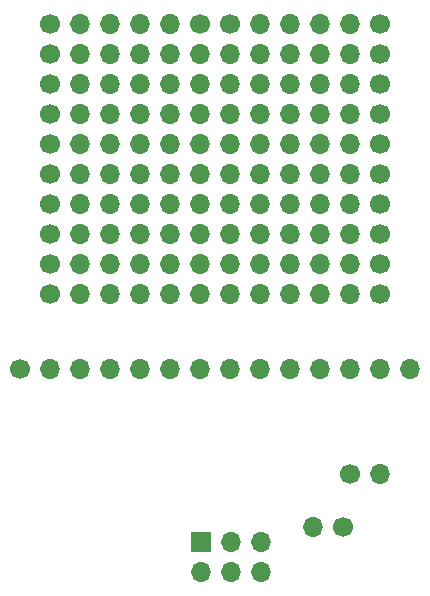
<source format=gbr>
%TF.GenerationSoftware,KiCad,Pcbnew,8.0.5*%
%TF.CreationDate,2024-09-21T17:09:33+02:00*%
%TF.ProjectId,sao_proto,73616f5f-7072-46f7-946f-2e6b69636164,rev?*%
%TF.SameCoordinates,Original*%
%TF.FileFunction,Soldermask,Bot*%
%TF.FilePolarity,Negative*%
%FSLAX46Y46*%
G04 Gerber Fmt 4.6, Leading zero omitted, Abs format (unit mm)*
G04 Created by KiCad (PCBNEW 8.0.5) date 2024-09-21 17:09:33*
%MOMM*%
%LPD*%
G01*
G04 APERTURE LIST*
%ADD10C,1.700000*%
%ADD11O,1.700000X1.700000*%
%ADD12R,1.700000X1.700000*%
G04 APERTURE END LIST*
D10*
%TO.C,REF\u002A\u002A*%
X144785000Y-77470000D03*
D11*
X144785000Y-80010000D03*
X144785000Y-82550000D03*
X144785000Y-85090000D03*
X144785000Y-87630000D03*
X144785000Y-90170000D03*
X144785000Y-92710000D03*
X144785000Y-95250000D03*
X144785000Y-97790000D03*
X144785000Y-100330000D03*
%TD*%
D10*
%TO.C,REF\u002A\u002A*%
X129545000Y-87630000D03*
D11*
X132085000Y-87630000D03*
X134625000Y-87630000D03*
X137165000Y-87630000D03*
X139705000Y-87630000D03*
%TD*%
D10*
%TO.C,REF\u002A\u002A*%
X157480000Y-90170000D03*
D11*
X154940000Y-90170000D03*
X152400000Y-90170000D03*
X149860000Y-90170000D03*
X147320000Y-90170000D03*
%TD*%
D10*
%TO.C,REF\u002A\u002A*%
X129545000Y-77470000D03*
D11*
X132085000Y-77470000D03*
X134625000Y-77470000D03*
X137165000Y-77470000D03*
X139705000Y-77470000D03*
%TD*%
D10*
%TO.C,REF\u002A\u002A*%
X157480000Y-77470000D03*
D11*
X154940000Y-77470000D03*
X152400000Y-77470000D03*
X149860000Y-77470000D03*
X147320000Y-77470000D03*
%TD*%
D10*
%TO.C,REF\u002A\u002A*%
X129545000Y-92710000D03*
D11*
X132085000Y-92710000D03*
X134625000Y-92710000D03*
X137165000Y-92710000D03*
X139705000Y-92710000D03*
%TD*%
D10*
%TO.C,J2*%
X154935000Y-115570000D03*
D11*
X157475000Y-115570000D03*
%TD*%
D10*
%TO.C,REF\u002A\u002A*%
X157480000Y-80010000D03*
D11*
X154940000Y-80010000D03*
X152400000Y-80010000D03*
X149860000Y-80010000D03*
X147320000Y-80010000D03*
%TD*%
D10*
%TO.C,REF\u002A\u002A*%
X129545000Y-80010000D03*
D11*
X132085000Y-80010000D03*
X134625000Y-80010000D03*
X137165000Y-80010000D03*
X139705000Y-80010000D03*
%TD*%
D10*
%TO.C,REF\u002A\u002A*%
X157480000Y-97790000D03*
D11*
X154940000Y-97790000D03*
X152400000Y-97790000D03*
X149860000Y-97790000D03*
X147320000Y-97790000D03*
%TD*%
D10*
%TO.C,REF\u002A\u002A*%
X129545000Y-100330000D03*
D11*
X132085000Y-100330000D03*
X134625000Y-100330000D03*
X137165000Y-100330000D03*
X139705000Y-100330000D03*
%TD*%
D10*
%TO.C,REF\u002A\u002A*%
X129545000Y-97790000D03*
D11*
X132085000Y-97790000D03*
X134625000Y-97790000D03*
X137165000Y-97790000D03*
X139705000Y-97790000D03*
%TD*%
D10*
%TO.C,REF\u002A\u002A*%
X157480000Y-87630000D03*
D11*
X154940000Y-87630000D03*
X152400000Y-87630000D03*
X149860000Y-87630000D03*
X147320000Y-87630000D03*
%TD*%
D10*
%TO.C,REF\u002A\u002A*%
X157480000Y-82550000D03*
D11*
X154940000Y-82550000D03*
X152400000Y-82550000D03*
X149860000Y-82550000D03*
X147320000Y-82550000D03*
%TD*%
D10*
%TO.C,REF\u002A\u002A*%
X129545000Y-95250000D03*
D11*
X132085000Y-95250000D03*
X134625000Y-95250000D03*
X137165000Y-95250000D03*
X139705000Y-95250000D03*
%TD*%
D10*
%TO.C,REF\u002A\u002A*%
X142245000Y-77470000D03*
D11*
X142245000Y-80010000D03*
X142245000Y-82550000D03*
X142245000Y-85090000D03*
X142245000Y-87630000D03*
X142245000Y-90170000D03*
X142245000Y-92710000D03*
X142245000Y-95250000D03*
X142245000Y-97790000D03*
X142245000Y-100330000D03*
%TD*%
D10*
%TO.C,REF\u002A\u002A*%
X157480000Y-95250000D03*
D11*
X154940000Y-95250000D03*
X152400000Y-95250000D03*
X149860000Y-95250000D03*
X147320000Y-95250000D03*
%TD*%
D10*
%TO.C,REF\u002A\u002A*%
X157480000Y-100330000D03*
D11*
X154940000Y-100330000D03*
X152400000Y-100330000D03*
X149860000Y-100330000D03*
X147320000Y-100330000D03*
%TD*%
D10*
%TO.C,J4*%
X127000000Y-106680000D03*
D11*
X129540000Y-106680000D03*
X132080000Y-106680000D03*
X134620000Y-106680000D03*
X137160000Y-106680000D03*
X139700000Y-106680000D03*
X142240000Y-106680000D03*
X144780000Y-106680000D03*
X147320000Y-106680000D03*
X149860000Y-106680000D03*
X152400000Y-106680000D03*
X154940000Y-106680000D03*
X157480000Y-106680000D03*
X160020000Y-106680000D03*
%TD*%
D10*
%TO.C,REF\u002A\u002A*%
X129545000Y-82550000D03*
D11*
X132085000Y-82550000D03*
X134625000Y-82550000D03*
X137165000Y-82550000D03*
X139705000Y-82550000D03*
%TD*%
D10*
%TO.C,REF\u002A\u002A*%
X129545000Y-85090000D03*
D11*
X132085000Y-85090000D03*
X134625000Y-85090000D03*
X137165000Y-85090000D03*
X139705000Y-85090000D03*
%TD*%
D10*
%TO.C,REF\u002A\u002A*%
X157480000Y-85090000D03*
D11*
X154940000Y-85090000D03*
X152400000Y-85090000D03*
X149860000Y-85090000D03*
X147320000Y-85090000D03*
%TD*%
D10*
%TO.C,REF\u002A\u002A*%
X157480000Y-92710000D03*
D11*
X154940000Y-92710000D03*
X152400000Y-92710000D03*
X149860000Y-92710000D03*
X147320000Y-92710000D03*
%TD*%
D10*
%TO.C,J3*%
X154310000Y-120015000D03*
D11*
X151770000Y-120015000D03*
%TD*%
D10*
%TO.C,REF\u002A\u002A*%
X129545000Y-90170000D03*
D11*
X132085000Y-90170000D03*
X134625000Y-90170000D03*
X137165000Y-90170000D03*
X139705000Y-90170000D03*
%TD*%
D12*
%TO.C,J1*%
X142260000Y-121300000D03*
D11*
X142260000Y-123840000D03*
X144800000Y-121300000D03*
X144800000Y-123840000D03*
X147340000Y-121300000D03*
X147340000Y-123840000D03*
%TD*%
M02*

</source>
